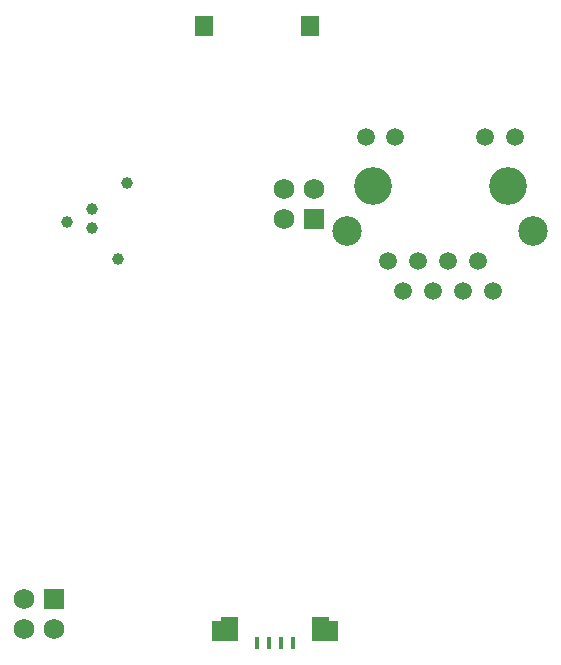
<source format=gbr>
%TF.GenerationSoftware,KiCad,Pcbnew,6.0.0*%
%TF.CreationDate,2022-05-21T22:27:13+02:00*%
%TF.ProjectId,cowdin-3b-esp32,636f7764-696e-42d3-9362-2d6573703332,1*%
%TF.SameCoordinates,Original*%
%TF.FileFunction,Soldermask,Bot*%
%TF.FilePolarity,Negative*%
%FSLAX46Y46*%
G04 Gerber Fmt 4.6, Leading zero omitted, Abs format (unit mm)*
G04 Created by KiCad (PCBNEW 6.0.0) date 2022-05-21 22:27:13*
%MOMM*%
%LPD*%
G01*
G04 APERTURE LIST*
G04 Aperture macros list*
%AMFreePoly0*
4,1,17,1.085355,1.010355,1.100000,0.975000,1.100000,-0.975000,1.085355,-1.010355,1.050000,-1.025000,-1.050000,-1.025000,-1.085355,-1.010355,-1.100000,-0.975000,-1.100000,0.625000,-1.085355,0.660355,-1.050000,0.675000,-0.300000,0.675000,-0.300000,0.975000,-0.285355,1.010355,-0.250000,1.025000,1.050000,1.025000,1.085355,1.010355,1.085355,1.010355,$1*%
%AMFreePoly1*
4,1,17,0.285355,1.010355,0.300000,0.975000,0.300000,0.675000,1.050000,0.675000,1.085355,0.660355,1.100000,0.625000,1.100000,-0.975000,1.085355,-1.010355,1.050000,-1.025000,-1.050000,-1.025000,-1.085355,-1.010355,-1.100000,-0.975000,-1.100000,0.975000,-1.085355,1.010355,-1.050000,1.025000,0.250000,1.025000,0.285355,1.010355,0.285355,1.010355,$1*%
G04 Aperture macros list end*
%ADD10R,1.750000X1.750000*%
%ADD11C,1.750000*%
%ADD12C,1.000000*%
%ADD13R,0.300000X1.100000*%
%ADD14FreePoly0,0.000000*%
%ADD15FreePoly1,0.000000*%
%ADD16C,3.200000*%
%ADD17C,1.500000*%
%ADD18C,2.500000*%
%ADD19R,1.500000X1.800000*%
G04 APERTURE END LIST*
D10*
%TO.C,P2*%
X151270000Y-95770000D03*
D11*
X148730000Y-95770000D03*
X151270000Y-93230000D03*
X148730000Y-93230000D03*
%TD*%
D10*
%TO.C,P1*%
X129270000Y-127980000D03*
D11*
X129270000Y-130520000D03*
X126730000Y-127980000D03*
X126730000Y-130520000D03*
%TD*%
D12*
%TO.C,TP5*%
X135500000Y-92750000D03*
%TD*%
%TO.C,TP1*%
X132500000Y-95000000D03*
%TD*%
D13*
%TO.C,P3*%
X146500000Y-131680000D03*
X147500000Y-131680000D03*
X148500000Y-131680000D03*
X149500000Y-131680000D03*
D14*
X143750000Y-130555000D03*
D15*
X152250000Y-130555000D03*
%TD*%
D16*
%TO.C,J2*%
X167715000Y-93000000D03*
X156285000Y-93000000D03*
D17*
X157555000Y-99350000D03*
X158825000Y-101890000D03*
X160095000Y-99350000D03*
X161365000Y-101890000D03*
X162635000Y-99350000D03*
X163905000Y-101890000D03*
X165175000Y-99350000D03*
X166445000Y-101890000D03*
X168300000Y-88890000D03*
X165810000Y-88890000D03*
X158190000Y-88890000D03*
X155700000Y-88890000D03*
D18*
X169875000Y-96850000D03*
X154125000Y-96850000D03*
%TD*%
D12*
%TO.C,TP2*%
X132500000Y-96600000D03*
%TD*%
D19*
%TO.C,A1*%
X151000000Y-79500000D03*
X142000000Y-79500000D03*
%TD*%
D12*
%TO.C,TP4*%
X134700000Y-99200000D03*
%TD*%
%TO.C,TP3*%
X130400000Y-96100000D03*
%TD*%
M02*

</source>
